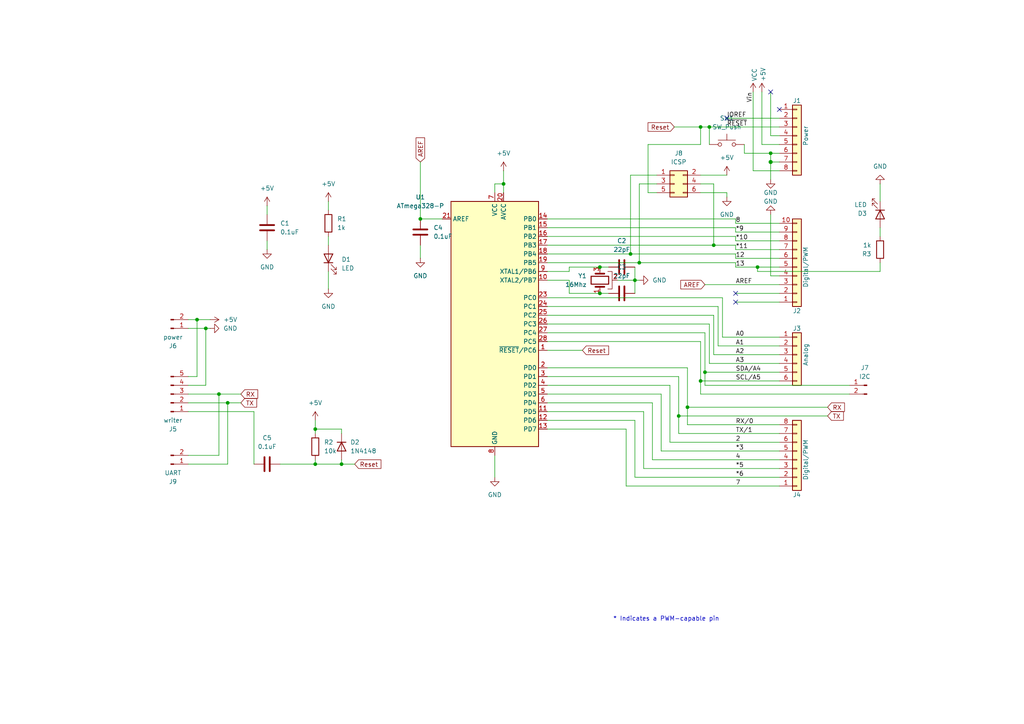
<source format=kicad_sch>
(kicad_sch (version 20231120) (generator "eeschema") (generator_version "8.0")
  (paper "A4")
  (title_block (date "mar. 31 mars 2015"))
  (lib_symbols
    (symbol "+5V_1" (power) (pin_numbers hide) (pin_names (offset 0) hide)
      (property "Value" "+5V" (at 0 3.556 0))
      (symbol "+5V_1_0_1"
        (polyline (pts (xy -0.762 1.27) (xy 0 2.54)))
        (polyline (pts (xy 0 0) (xy 0 2.54)))
        (polyline (pts (xy 0 2.54) (xy 0.762 1.27)))
      )
      (symbol "+5V_1_1_1"
        (pin power_in line (at 0 0 90) (length 0) (name "~") (number "1"))
      )
    )
    (symbol "+5V_2" (power) (pin_numbers hide) (pin_names (offset 0) hide)
      (property "Value" "+5V" (at 0 3.556 0))
      (symbol "+5V_2_0_1"
        (polyline (pts (xy -0.762 1.27) (xy 0 2.54)))
        (polyline (pts (xy 0 0) (xy 0 2.54)))
        (polyline (pts (xy 0 2.54) (xy 0.762 1.27)))
      )
      (symbol "+5V_2_1_1"
        (pin power_in line (at 0 0 90) (length 0) (name "~") (number "1"))
      )
    )
    (symbol "+5V_3" (power) (pin_numbers hide) (pin_names (offset 0) hide)
      (property "Value" "+5V" (at 0 3.556 0))
      (symbol "+5V_3_0_1"
        (polyline (pts (xy -0.762 1.27) (xy 0 2.54)))
        (polyline (pts (xy 0 0) (xy 0 2.54)))
        (polyline (pts (xy 0 2.54) (xy 0.762 1.27)))
      )
      (symbol "+5V_3_1_1"
        (pin power_in line (at 0 0 90) (length 0) (name "~") (number "1"))
      )
    )
    (symbol "+5V_4" (power) (pin_numbers hide) (pin_names (offset 0) hide)
      (property "Value" "+5V" (at 0 3.556 0))
      (symbol "+5V_4_0_1"
        (polyline (pts (xy -0.762 1.27) (xy 0 2.54)))
        (polyline (pts (xy 0 0) (xy 0 2.54)))
        (polyline (pts (xy 0 2.54) (xy 0.762 1.27)))
      )
      (symbol "+5V_4_1_1"
        (pin power_in line (at 0 0 90) (length 0) (name "~") (number "1"))
      )
    )
    (symbol "+5V_5" (power) (pin_numbers hide) (pin_names (offset 0) hide)
      (property "Value" "+5V" (at 0 3.556 0))
      (symbol "+5V_5_0_1"
        (polyline (pts (xy -0.762 1.27) (xy 0 2.54)))
        (polyline (pts (xy 0 0) (xy 0 2.54)))
        (polyline (pts (xy 0 2.54) (xy 0.762 1.27)))
      )
      (symbol "+5V_5_1_1"
        (pin power_in line (at 0 0 90) (length 0) (name "~") (number "1"))
      )
    )
    (symbol "+5V_6" (power) (pin_numbers hide) (pin_names (offset 0) hide)
      (property "Value" "+5V" (at 0 3.556 0))
      (symbol "+5V_6_0_1"
        (polyline (pts (xy -0.762 1.27) (xy 0 2.54)))
        (polyline (pts (xy 0 0) (xy 0 2.54)))
        (polyline (pts (xy 0 2.54) (xy 0.762 1.27)))
      )
      (symbol "+5V_6_1_1"
        (pin power_in line (at 0 0 90) (length 0) (name "~") (number "1"))
      )
    )
    (symbol "Connector:Conn_01x02_Pin" (pin_names (offset 1.016) hide)
      (property "Reference" "J" (at 0 2.54 0))
      (property "Value" "Conn_01x02_Pin" (at 0 -5.08 0))
      (symbol "Conn_01x02_Pin_1_1"
        (polyline (pts (xy 1.27 -2.54) (xy 0.8636 -2.54)) (stroke (width 0.1524)))
        (polyline (pts (xy 1.27 0) (xy 0.8636 0)) (stroke (width 0.1524)))
        (rectangle (start 0.8636 -2.413) (end 0 -2.667) (stroke (width 0.1524)) (fill (type outline)))
        (rectangle (start 0.8636 0.127) (end 0 -0.127) (stroke (width 0.1524)) (fill (type outline)))
        (pin passive line (at 5.08 0 180) (length 3.81) (name "Pin_1") (number "1"))
        (pin passive line (at 5.08 -2.54 180) (length 3.81) (name "Pin_2") (number "2"))
      )
    )
    (symbol "Connector:Conn_01x05_Pin" (pin_names (offset 1.016) hide)
      (property "Reference" "J" (at 0 7.62 0))
      (property "Value" "Conn_01x05_Pin" (at 0 -7.62 0))
      (symbol "Conn_01x05_Pin_1_1"
        (polyline (pts (xy 1.27 -5.08) (xy 0.8636 -5.08)) (stroke (width 0.1524)))
        (polyline (pts (xy 1.27 -2.54) (xy 0.8636 -2.54)) (stroke (width 0.1524)))
        (polyline (pts (xy 1.27 0) (xy 0.8636 0)) (stroke (width 0.1524)))
        (polyline (pts (xy 1.27 2.54) (xy 0.8636 2.54)) (stroke (width 0.1524)))
        (polyline (pts (xy 1.27 5.08) (xy 0.8636 5.08)) (stroke (width 0.1524)))
        (rectangle (start 0.8636 -4.953) (end 0 -5.207) (stroke (width 0.1524)) (fill (type outline)))
        (rectangle (start 0.8636 -2.413) (end 0 -2.667) (stroke (width 0.1524)) (fill (type outline)))
        (rectangle (start 0.8636 0.127) (end 0 -0.127) (stroke (width 0.1524)) (fill (type outline)))
        (rectangle (start 0.8636 2.667) (end 0 2.413) (stroke (width 0.1524)) (fill (type outline)))
        (rectangle (start 0.8636 5.207) (end 0 4.953) (stroke (width 0.1524)) (fill (type outline)))
        (pin passive line (at 5.08 5.08 180) (length 3.81) (name "Pin_1") (number "1"))
        (pin passive line (at 5.08 2.54 180) (length 3.81) (name "Pin_2") (number "2"))
        (pin passive line (at 5.08 0 180) (length 3.81) (name "Pin_3") (number "3"))
        (pin passive line (at 5.08 -2.54 180) (length 3.81) (name "Pin_4") (number "4"))
        (pin passive line (at 5.08 -5.08 180) (length 3.81) (name "Pin_5") (number "5"))
      )
    )
    (symbol "Connector_Generic:Conn_01x06" (pin_names (offset 1.016) hide)
      (property "Reference" "J" (at 0 7.62 0))
      (property "Value" "Conn_01x06" (at 0 -10.16 0))
      (symbol "Conn_01x06_1_1"
        (rectangle (start -1.27 -7.493) (end 0 -7.747) (stroke (width 0.1524)))
        (rectangle (start -1.27 -4.953) (end 0 -5.207) (stroke (width 0.1524)))
        (rectangle (start -1.27 -2.413) (end 0 -2.667) (stroke (width 0.1524)))
        (rectangle (start -1.27 0.127) (end 0 -0.127) (stroke (width 0.1524)))
        (rectangle (start -1.27 2.667) (end 0 2.413) (stroke (width 0.1524)))
        (rectangle (start -1.27 5.207) (end 0 4.953) (stroke (width 0.1524)))
        (rectangle (start -1.27 6.35) (end 1.27 -8.89) (stroke (width 0.254)) (fill (type background)))
        (pin passive line (at -5.08 5.08 0) (length 3.81) (name "Pin_1") (number "1"))
        (pin passive line (at -5.08 2.54 0) (length 3.81) (name "Pin_2") (number "2"))
        (pin passive line (at -5.08 0 0) (length 3.81) (name "Pin_3") (number "3"))
        (pin passive line (at -5.08 -2.54 0) (length 3.81) (name "Pin_4") (number "4"))
        (pin passive line (at -5.08 -5.08 0) (length 3.81) (name "Pin_5") (number "5"))
        (pin passive line (at -5.08 -7.62 0) (length 3.81) (name "Pin_6") (number "6"))
      )
    )
    (symbol "Connector_Generic:Conn_01x08" (pin_names (offset 1.016) hide)
      (property "Reference" "J" (at 0 10.16 0))
      (property "Value" "Conn_01x08" (at 0 -12.7 0))
      (symbol "Conn_01x08_1_1"
        (rectangle (start -1.27 -10.033) (end 0 -10.287) (stroke (width 0.1524)))
        (rectangle (start -1.27 -7.493) (end 0 -7.747) (stroke (width 0.1524)))
        (rectangle (start -1.27 -4.953) (end 0 -5.207) (stroke (width 0.1524)))
        (rectangle (start -1.27 -2.413) (end 0 -2.667) (stroke (width 0.1524)))
        (rectangle (start -1.27 0.127) (end 0 -0.127) (stroke (width 0.1524)))
        (rectangle (start -1.27 2.667) (end 0 2.413) (stroke (width 0.1524)))
        (rectangle (start -1.27 5.207) (end 0 4.953) (stroke (width 0.1524)))
        (rectangle (start -1.27 7.747) (end 0 7.493) (stroke (width 0.1524)))
        (rectangle (start -1.27 8.89) (end 1.27 -11.43) (stroke (width 0.254)) (fill (type background)))
        (pin passive line (at -5.08 7.62 0) (length 3.81) (name "Pin_1") (number "1"))
        (pin passive line (at -5.08 5.08 0) (length 3.81) (name "Pin_2") (number "2"))
        (pin passive line (at -5.08 2.54 0) (length 3.81) (name "Pin_3") (number "3"))
        (pin passive line (at -5.08 0 0) (length 3.81) (name "Pin_4") (number "4"))
        (pin passive line (at -5.08 -2.54 0) (length 3.81) (name "Pin_5") (number "5"))
        (pin passive line (at -5.08 -5.08 0) (length 3.81) (name "Pin_6") (number "6"))
        (pin passive line (at -5.08 -7.62 0) (length 3.81) (name "Pin_7") (number "7"))
        (pin passive line (at -5.08 -10.16 0) (length 3.81) (name "Pin_8") (number "8"))
      )
    )
    (symbol "Connector_Generic:Conn_01x10" (pin_names (offset 1.016) hide)
      (property "Reference" "J" (at 0 12.7 0))
      (property "Value" "Conn_01x10" (at 0 -15.24 0))
      (symbol "Conn_01x10_1_1"
        (rectangle (start -1.27 -12.573) (end 0 -12.827) (stroke (width 0.1524)))
        (rectangle (start -1.27 -10.033) (end 0 -10.287) (stroke (width 0.1524)))
        (rectangle (start -1.27 -7.493) (end 0 -7.747) (stroke (width 0.1524)))
        (rectangle (start -1.27 -4.953) (end 0 -5.207) (stroke (width 0.1524)))
        (rectangle (start -1.27 -2.413) (end 0 -2.667) (stroke (width 0.1524)))
        (rectangle (start -1.27 0.127) (end 0 -0.127) (stroke (width 0.1524)))
        (rectangle (start -1.27 2.667) (end 0 2.413) (stroke (width 0.1524)))
        (rectangle (start -1.27 5.207) (end 0 4.953) (stroke (width 0.1524)))
        (rectangle (start -1.27 7.747) (end 0 7.493) (stroke (width 0.1524)))
        (rectangle (start -1.27 10.287) (end 0 10.033) (stroke (width 0.1524)))
        (rectangle (start -1.27 11.43) (end 1.27 -13.97) (stroke (width 0.254)) (fill (type background)))
        (pin passive line (at -5.08 10.16 0) (length 3.81) (name "Pin_1") (number "1"))
        (pin passive line (at -5.08 -12.7 0) (length 3.81) (name "Pin_10") (number "10"))
        (pin passive line (at -5.08 7.62 0) (length 3.81) (name "Pin_2") (number "2"))
        (pin passive line (at -5.08 5.08 0) (length 3.81) (name "Pin_3") (number "3"))
        (pin passive line (at -5.08 2.54 0) (length 3.81) (name "Pin_4") (number "4"))
        (pin passive line (at -5.08 0 0) (length 3.81) (name "Pin_5") (number "5"))
        (pin passive line (at -5.08 -2.54 0) (length 3.81) (name "Pin_6") (number "6"))
        (pin passive line (at -5.08 -5.08 0) (length 3.81) (name "Pin_7") (number "7"))
        (pin passive line (at -5.08 -7.62 0) (length 3.81) (name "Pin_8") (number "8"))
        (pin passive line (at -5.08 -10.16 0) (length 3.81) (name "Pin_9") (number "9"))
      )
    )
    (symbol "Connector_Generic:Conn_02x03_Odd_Even" (pin_names (offset 1.016) hide)
      (property "Reference" "J" (at 1.27 5.08 0))
      (property "Value" "Conn_02x03_Odd_Even" (at 1.27 -5.08 0))
      (symbol "Conn_02x03_Odd_Even_1_1"
        (rectangle (start -1.27 -2.413) (end 0 -2.667) (stroke (width 0.1524)))
        (rectangle (start -1.27 0.127) (end 0 -0.127) (stroke (width 0.1524)))
        (rectangle (start -1.27 2.667) (end 0 2.413) (stroke (width 0.1524)))
        (rectangle (start -1.27 3.81) (end 3.81 -3.81) (stroke (width 0.254)) (fill (type background)))
        (rectangle (start 3.81 -2.413) (end 2.54 -2.667) (stroke (width 0.1524)))
        (rectangle (start 3.81 0.127) (end 2.54 -0.127) (stroke (width 0.1524)))
        (rectangle (start 3.81 2.667) (end 2.54 2.413) (stroke (width 0.1524)))
        (pin passive line (at -5.08 2.54 0) (length 3.81) (name "Pin_1") (number "1"))
        (pin passive line (at 7.62 2.54 180) (length 3.81) (name "Pin_2") (number "2"))
        (pin passive line (at -5.08 0 0) (length 3.81) (name "Pin_3") (number "3"))
        (pin passive line (at 7.62 0 180) (length 3.81) (name "Pin_4") (number "4"))
        (pin passive line (at -5.08 -2.54 0) (length 3.81) (name "Pin_5") (number "5"))
        (pin passive line (at 7.62 -2.54 180) (length 3.81) (name "Pin_6") (number "6"))
      )
    )
    (symbol "Device:C" (pin_numbers hide) (pin_names (offset 0.254))
      (property "Reference" "C" (at 0.635 2.54 0))
      (property "Value" "C" (at 0.635 -2.54 0))
      (symbol "C_0_1"
        (polyline (pts (xy -2.032 -0.762) (xy 2.032 -0.762)) (stroke (width 0.508)))
        (polyline (pts (xy -2.032 0.762) (xy 2.032 0.762)) (stroke (width 0.508)))
      )
      (symbol "C_1_1"
        (pin passive line (at 0 3.81 270) (length 2.794) (name "~") (number "1"))
        (pin passive line (at 0 -3.81 90) (length 2.794) (name "~") (number "2"))
      )
    )
    (symbol "Device:Crystal_GND2" (pin_names (offset 1.016) hide)
      (property "Reference" "Y" (at 0 5.715 0))
      (property "Value" "Crystal_GND2" (at 0 3.81 0))
      (symbol "Crystal_GND2_0_1"
        (rectangle (start -1.143 2.54) (end 1.143 -2.54) (stroke (width 0.3048)))
        (polyline (pts (xy -2.54 0) (xy -1.905 0)))
        (polyline (pts (xy -1.905 -1.27) (xy -1.905 1.27)) (stroke (width 0.508)))
        (polyline (pts (xy 0 -3.81) (xy 0 -3.556)))
        (polyline (pts (xy 1.905 0) (xy 2.54 0)))
        (polyline (pts (xy 1.905 1.27) (xy 1.905 -1.27)) (stroke (width 0.508)))
        (polyline (pts (xy -2.54 -2.286) (xy -2.54 -3.556) (xy 2.54 -3.556) (xy 2.54 -2.286)))
      )
      (symbol "Crystal_GND2_1_1"
        (pin passive line (at -3.81 0 0) (length 1.27) (name "1") (number "1"))
        (pin passive line (at 0 -5.08 90) (length 1.27) (name "2") (number "2"))
        (pin passive line (at 3.81 0 180) (length 1.27) (name "3") (number "3"))
      )
    )
    (symbol "Device:LED" (pin_numbers hide) (pin_names (offset 1.016) hide)
      (property "Reference" "D" (at 0 2.54 0))
      (property "Value" "LED" (at 0 -2.54 0))
      (symbol "LED_0_1"
        (polyline (pts (xy -1.27 -1.27) (xy -1.27 1.27)) (stroke (width 0.254)))
        (polyline (pts (xy -1.27 0) (xy 1.27 0)))
        (polyline (pts (xy 1.27 -1.27) (xy 1.27 1.27) (xy -1.27 0) (xy 1.27 -1.27)) (stroke (width 0.254)))
        (polyline (pts (xy -3.048 -0.762) (xy -4.572 -2.286) (xy -3.81 -2.286) (xy -4.572 -2.286) (xy -4.572 -1.524)))
        (polyline (pts (xy -1.778 -0.762) (xy -3.302 -2.286) (xy -2.54 -2.286) (xy -3.302 -2.286) (xy -3.302 -1.524)))
      )
      (symbol "LED_1_1"
        (pin passive line (at -3.81 0 0) (length 2.54) (name "K") (number "1"))
        (pin passive line (at 3.81 0 180) (length 2.54) (name "A") (number "2"))
      )
    )
    (symbol "Device:R" (pin_numbers hide) (pin_names (offset 0))
      (property "Reference" "R" (at 2.032 0 90))
      (property "Value" "R" (at 0 0 90))
      (symbol "R_0_1"
        (rectangle (start -1.016 -2.54) (end 1.016 2.54) (stroke (width 0.254)))
      )
      (symbol "R_1_1"
        (pin passive line (at 0 3.81 270) (length 1.27) (name "~") (number "1"))
        (pin passive line (at 0 -3.81 90) (length 1.27) (name "~") (number "2"))
      )
    )
    (symbol "Diode:1N4148" (pin_numbers hide) (pin_names hide)
      (property "Reference" "D" (at 0 2.54 0))
      (property "Value" "1N4148" (at 0 -2.54 0))
      (symbol "1N4148_0_1"
        (polyline (pts (xy -1.27 1.27) (xy -1.27 -1.27)) (stroke (width 0.254)))
        (polyline (pts (xy 1.27 0) (xy -1.27 0)))
        (polyline (pts (xy 1.27 1.27) (xy 1.27 -1.27) (xy -1.27 0) (xy 1.27 1.27)) (stroke (width 0.254)))
      )
      (symbol "1N4148_1_1"
        (pin passive line (at -3.81 0 0) (length 2.54) (name "K") (number "1"))
        (pin passive line (at 3.81 0 180) (length 2.54) (name "A") (number "2"))
      )
    )
    (symbol "GND_1" (power) (pin_numbers hide) (pin_names (offset 0) hide)
      (property "Value" "GND" (at 0 -3.81 0))
      (symbol "GND_1_0_1"
        (polyline (pts (xy 0 0) (xy 0 -1.27) (xy 1.27 -1.27) (xy 0 -2.54) (xy -1.27 -1.27) (xy 0 -1.27)))
      )
      (symbol "GND_1_1_1"
        (pin power_in line (at 0 0 270) (length 0) (name "~") (number "1"))
      )
    )
    (symbol "GND_2" (power) (pin_numbers hide) (pin_names (offset 0) hide)
      (property "Value" "GND" (at 0 -3.81 0))
      (symbol "GND_2_0_1"
        (polyline (pts (xy 0 0) (xy 0 -1.27) (xy 1.27 -1.27) (xy 0 -2.54) (xy -1.27 -1.27) (xy 0 -1.27)))
      )
      (symbol "GND_2_1_1"
        (pin power_in line (at 0 0 270) (length 0) (name "~") (number "1"))
      )
    )
    (symbol "GND_3" (power) (pin_numbers hide) (pin_names (offset 0) hide)
      (property "Value" "GND" (at 0 -3.81 0))
      (symbol "GND_3_0_1"
        (polyline (pts (xy 0 0) (xy 0 -1.27) (xy 1.27 -1.27) (xy 0 -2.54) (xy -1.27 -1.27) (xy 0 -1.27)))
      )
      (symbol "GND_3_1_1"
        (pin power_in line (at 0 0 270) (length 0) (name "~") (number "1"))
      )
    )
    (symbol "GND_4" (power) (pin_numbers hide) (pin_names (offset 0) hide)
      (property "Value" "GND" (at 0 -3.81 0))
      (symbol "GND_4_0_1"
        (polyline (pts (xy 0 0) (xy 0 -1.27) (xy 1.27 -1.27) (xy 0 -2.54) (xy -1.27 -1.27) (xy 0 -1.27)))
      )
      (symbol "GND_4_1_1"
        (pin power_in line (at 0 0 270) (length 0) (name "~") (number "1"))
      )
    )
    (symbol "GND_5" (power) (pin_numbers hide) (pin_names (offset 0) hide)
      (property "Value" "GND" (at 0 -3.81 0))
      (symbol "GND_5_0_1"
        (polyline (pts (xy 0 0) (xy 0 -1.27) (xy 1.27 -1.27) (xy 0 -2.54) (xy -1.27 -1.27) (xy 0 -1.27)))
      )
      (symbol "GND_5_1_1"
        (pin power_in line (at 0 0 270) (length 0) (name "~") (number "1"))
      )
    )
    (symbol "GND_6" (power) (pin_numbers hide) (pin_names (offset 0) hide)
      (property "Value" "GND" (at 0 -3.81 0))
      (symbol "GND_6_0_1"
        (polyline (pts (xy 0 0) (xy 0 -1.27) (xy 1.27 -1.27) (xy 0 -2.54) (xy -1.27 -1.27) (xy 0 -1.27)))
      )
      (symbol "GND_6_1_1"
        (pin power_in line (at 0 0 270) (length 0) (name "~") (number "1"))
      )
    )
    (symbol "GND_7" (power) (pin_numbers hide) (pin_names (offset 0) hide)
      (property "Value" "GND" (at 0 -3.81 0))
      (symbol "GND_7_0_1"
        (polyline (pts (xy 0 0) (xy 0 -1.27) (xy 1.27 -1.27) (xy 0 -2.54) (xy -1.27 -1.27) (xy 0 -1.27)))
      )
      (symbol "GND_7_1_1"
        (pin power_in line (at 0 0 270) (length 0) (name "~") (number "1"))
      )
    )
    (symbol "MCU_Microchip_ATmega:ATmega328-P"
      (property "Reference" "U" (at -12.7 36.83 0))
      (property "Value" "ATmega328-P" (at 2.54 -36.83 0))
      (symbol "ATmega328-P_0_1"
        (rectangle (start -12.7 -35.56) (end 12.7 35.56) (stroke (width 0.254)) (fill (type background)))
      )
      (symbol "ATmega328-P_1_1"
        (pin bidirectional line (at 15.24 -7.62 180) (length 2.54) (name "~{RESET}/PC6") (number "1"))
        (pin bidirectional line (at 15.24 12.7 180) (length 2.54) (name "XTAL2/PB7") (number "10"))
        (pin bidirectional line (at 15.24 -25.4 180) (length 2.54) (name "PD5") (number "11"))
        (pin bidirectional line (at 15.24 -27.94 180) (length 2.54) (name "PD6") (number "12"))
        (pin bidirectional line (at 15.24 -30.48 180) (length 2.54) (name "PD7") (number "13"))
        (pin bidirectional line (at 15.24 30.48 180) (length 2.54) (name "PB0") (number "14"))
        (pin bidirectional line (at 15.24 27.94 180) (length 2.54) (name "PB1") (number "15"))
        (pin bidirectional line (at 15.24 25.4 180) (length 2.54) (name "PB2") (number "16"))
        (pin bidirectional line (at 15.24 22.86 180) (length 2.54) (name "PB3") (number "17"))
        (pin bidirectional line (at 15.24 20.32 180) (length 2.54) (name "PB4") (number "18"))
        (pin bidirectional line (at 15.24 17.78 180) (length 2.54) (name "PB5") (number "19"))
        (pin bidirectional line (at 15.24 -12.7 180) (length 2.54) (name "PD0") (number "2"))
        (pin power_in line (at 2.54 38.1 270) (length 2.54) (name "AVCC") (number "20"))
        (pin passive line (at -15.24 30.48 0) (length 2.54) (name "AREF") (number "21"))
        (pin passive line (at 0 -38.1 90) (length 2.54) hide (name "GND") (number "22"))
        (pin bidirectional line (at 15.24 7.62 180) (length 2.54) (name "PC0") (number "23"))
        (pin bidirectional line (at 15.24 5.08 180) (length 2.54) (name "PC1") (number "24"))
        (pin bidirectional line (at 15.24 2.54 180) (length 2.54) (name "PC2") (number "25"))
        (pin bidirectional line (at 15.24 0 180) (length 2.54) (name "PC3") (number "26"))
        (pin bidirectional line (at 15.24 -2.54 180) (length 2.54) (name "PC4") (number "27"))
        (pin bidirectional line (at 15.24 -5.08 180) (length 2.54) (name "PC5") (number "28"))
        (pin bidirectional line (at 15.24 -15.24 180) (length 2.54) (name "PD1") (number "3"))
        (pin bidirectional line (at 15.24 -17.78 180) (length 2.54) (name "PD2") (number "4"))
        (pin bidirectional line (at 15.24 -20.32 180) (length 2.54) (name "PD3") (number "5"))
        (pin bidirectional line (at 15.24 -22.86 180) (length 2.54) (name "PD4") (number "6"))
        (pin power_in line (at 0 38.1 270) (length 2.54) (name "VCC") (number "7"))
        (pin power_in line (at 0 -38.1 90) (length 2.54) (name "GND") (number "8"))
        (pin bidirectional line (at 15.24 15.24 180) (length 2.54) (name "XTAL1/PB6") (number "9"))
      )
    )
    (symbol "Switch:SW_Push" (pin_numbers hide) (pin_names (offset 1.016) hide)
      (property "Reference" "SW" (at 1.27 2.54 0))
      (property "Value" "SW_Push" (at 0 -1.524 0))
      (symbol "SW_Push_0_1"
        (circle (center -2.032 0) (radius 0.508))
        (polyline (pts (xy 0 1.27) (xy 0 3.048)))
        (polyline (pts (xy 2.54 1.27) (xy -2.54 1.27)))
        (circle (center 2.032 0) (radius 0.508))
        (pin passive line (at -5.08 0 0) (length 2.54) (name "1") (number "1"))
        (pin passive line (at 5.08 0 180) (length 2.54) (name "2") (number "2"))
      )
    )
    (symbol "power:+5V" (power) (pin_names (offset 0))
      (property "Value" "+5V" (at 0 3.556 0))
      (symbol "+5V_0_1"
        (polyline (pts (xy -0.762 1.27) (xy 0 2.54)))
        (polyline (pts (xy 0 0) (xy 0 2.54)))
        (polyline (pts (xy 0 2.54) (xy 0.762 1.27)))
      )
      (symbol "+5V_1_1"
        (pin power_in line (at 0 0 90) (length 0) hide (name "+5V") (number "1"))
      )
    )
    (symbol "power:GND" (power) (pin_names (offset 0))
      (property "Value" "GND" (at 0 -3.81 0))
      (symbol "GND_0_1"
        (polyline (pts (xy 0 0) (xy 0 -1.27) (xy 1.27 -1.27) (xy 0 -2.54) (xy -1.27 -1.27) (xy 0 -1.27)))
      )
      (symbol "GND_1_1"
        (pin power_in line (at 0 0 270) (length 0) hide (name "GND") (number "1"))
      )
    )
    (symbol "power:VCC" (power) (pin_names (offset 0))
      (property "Value" "VCC" (at 0 3.81 0))
      (symbol "VCC_0_1"
        (polyline (pts (xy -0.762 1.27) (xy 0 2.54)))
        (polyline (pts (xy 0 0) (xy 0 2.54)))
        (polyline (pts (xy 0 2.54) (xy 0.762 1.27)))
      )
      (symbol "VCC_1_1"
        (pin power_in line (at 0 0 90) (length 0) hide (name "VCC") (number "1"))
      )
    )
  )
  (junction (at 203.2 110.49))
  (junction (at 219.71 77.47))
  (junction (at 185.42 76.2))
  (junction (at 223.52 44.45))
  (junction (at 59.69 95.25))
  (junction (at 146.05 53.34))
  (junction (at 184.15 81.28))
  (junction (at 223.52 46.99) (diameter 1.016))
  (junction (at 63.5 114.3))
  (junction (at 57.15 92.71))
  (junction (at 91.44 134.62))
  (junction (at 199.39 118.11))
  (junction (at 205.74 36.83))
  (junction (at 66.04 116.84))
  (junction (at 204.47 107.95))
  (junction (at 182.88 73.66))
  (junction (at 173.99 85.09))
  (junction (at 91.44 124.46))
  (junction (at 203.2 36.83))
  (junction (at 207.01 71.12))
  (junction (at 173.99 77.47))
  (junction (at 99.06 134.62))
  (junction (at 196.85 120.65))
  (junction (at 121.92 63.5))
  (no_connect (at 213.36 87.63))
  (no_connect (at 210.82 34.29))
  (no_connect (at 226.06 31.75))
  (no_connect (at 223.52 26.67))
  (no_connect (at 213.36 85.09))
  (wire (pts (xy 143.51 55.88) (xy 143.51 53.34)))
  (wire (pts (xy 143.51 53.34) (xy 146.05 53.34)))
  (wire (pts (xy 179.07 81.28) (xy 184.15 81.28)))
  (wire (pts (xy 63.5 132.08) (xy 63.5 114.3)))
  (wire (pts (xy 226.06 69.85) (xy 213.36 69.85)))
  (wire (pts (xy 158.75 66.04) (xy 213.36 66.04)))
  (wire (pts (xy 226.06 87.63) (xy 213.36 87.63)))
  (wire (pts (xy 203.2 110.49) (xy 203.2 114.3)))
  (wire (pts (xy 190.5 53.34) (xy 185.42 53.34)))
  (wire (pts (xy 205.74 105.41) (xy 226.06 105.41)))
  (wire (pts (xy 158.75 93.98) (xy 205.74 93.98)))
  (wire (pts (xy 165.1 85.09) (xy 173.99 85.09)))
  (wire (pts (xy 54.61 132.08) (xy 63.5 132.08)))
  (wire (pts (xy 223.52 44.45) (xy 223.52 46.99)))
  (wire (pts (xy 158.75 88.9) (xy 208.28 88.9)))
  (wire (pts (xy 184.15 77.47) (xy 184.15 81.28)))
  (wire (pts (xy 181.61 140.97) (xy 226.06 140.97)))
  (wire (pts (xy 81.28 134.62) (xy 91.44 134.62)))
  (wire (pts (xy 204.47 82.55) (xy 226.06 82.55)))
  (wire (pts (xy 213.36 63.5) (xy 213.36 64.77)))
  (wire (pts (xy 240.03 118.11) (xy 199.39 118.11)))
  (wire (pts (xy 215.9 41.91) (xy 215.9 44.45)))
  (wire (pts (xy 223.52 46.99) (xy 223.52 52.07)))
  (wire (pts (xy 208.28 88.9) (xy 208.28 100.33)))
  (wire (pts (xy 204.47 107.95) (xy 204.47 111.76)))
  (wire (pts (xy 223.52 39.37) (xy 226.06 39.37)))
  (wire (pts (xy 194.31 111.76) (xy 194.31 128.27)))
  (wire (pts (xy 158.75 114.3) (xy 191.77 114.3)))
  (wire (pts (xy 220.98 41.91) (xy 226.06 41.91)))
  (wire (pts (xy 204.47 96.52) (xy 204.47 107.95)))
  (wire (pts (xy 195.58 36.83) (xy 203.2 36.83)))
  (wire (pts (xy 220.98 26.67) (xy 220.98 41.91)))
  (wire (pts (xy 158.75 63.5) (xy 213.36 63.5)))
  (wire (pts (xy 255.27 58.42) (xy 255.27 53.34)))
  (wire (pts (xy 63.5 114.3) (xy 69.85 114.3)))
  (wire (pts (xy 213.36 66.04) (xy 213.36 67.31)))
  (wire (pts (xy 209.55 97.79) (xy 226.06 97.79)))
  (wire (pts (xy 226.06 77.47) (xy 219.71 77.47)))
  (wire (pts (xy 223.52 26.67) (xy 223.52 39.37)))
  (wire (pts (xy 54.61 109.22) (xy 57.15 109.22)))
  (wire (pts (xy 91.44 134.62) (xy 91.44 133.35)))
  (wire (pts (xy 158.75 106.68) (xy 199.39 106.68)))
  (wire (pts (xy 182.88 73.66) (xy 213.36 73.66)))
  (wire (pts (xy 203.2 110.49) (xy 226.06 110.49)))
  (wire (pts (xy 226.06 74.93) (xy 213.36 74.93)))
  (wire (pts (xy 203.2 53.34) (xy 207.01 53.34)))
  (wire (pts (xy 182.88 50.8) (xy 190.5 50.8)))
  (wire (pts (xy 182.88 50.8) (xy 182.88 73.66)))
  (wire (pts (xy 121.92 46.99) (xy 121.92 63.5)))
  (wire (pts (xy 203.2 55.88) (xy 210.82 55.88)))
  (wire (pts (xy 196.85 120.65) (xy 240.03 120.65)))
  (wire (pts (xy 213.36 68.58) (xy 213.36 69.85)))
  (wire (pts (xy 99.06 133.35) (xy 99.06 134.62)))
  (wire (pts (xy 213.36 76.2) (xy 213.36 77.47)))
  (wire (pts (xy 205.74 36.83) (xy 205.74 41.91)))
  (wire (pts (xy 59.69 95.25) (xy 60.96 95.25)))
  (wire (pts (xy 91.44 121.92) (xy 91.44 124.46)))
  (wire (pts (xy 146.05 53.34) (xy 146.05 49.53)))
  (wire (pts (xy 207.01 102.87) (xy 226.06 102.87)))
  (wire (pts (xy 184.15 138.43) (xy 226.06 138.43)))
  (wire (pts (xy 226.06 67.31) (xy 213.36 67.31)))
  (wire (pts (xy 205.74 36.83) (xy 226.06 36.83)))
  (wire (pts (xy 99.06 134.62) (xy 91.44 134.62)))
  (wire (pts (xy 207.01 53.34) (xy 207.01 71.12)))
  (wire (pts (xy 66.04 116.84) (xy 69.85 116.84)))
  (wire (pts (xy 102.87 134.62) (xy 99.06 134.62)))
  (wire (pts (xy 208.28 100.33) (xy 226.06 100.33)))
  (wire (pts (xy 189.23 133.35) (xy 226.06 133.35)))
  (wire (pts (xy 203.2 41.91) (xy 203.2 36.83)))
  (wire (pts (xy 210.82 34.29) (xy 226.06 34.29)))
  (wire (pts (xy 158.75 86.36) (xy 209.55 86.36)))
  (wire (pts (xy 173.99 85.09) (xy 176.53 85.09)))
  (wire (pts (xy 95.25 58.42) (xy 95.25 60.96)))
  (wire (pts (xy 158.75 81.28) (xy 165.1 81.28)))
  (wire (pts (xy 184.15 121.92) (xy 184.15 138.43)))
  (wire (pts (xy 165.1 81.28) (xy 165.1 85.09)))
  (wire (pts (xy 158.75 73.66) (xy 182.88 73.66)))
  (wire (pts (xy 173.99 77.47) (xy 165.1 77.47)))
  (wire (pts (xy 158.75 99.06) (xy 203.2 99.06)))
  (wire (pts (xy 223.52 80.01) (xy 223.52 62.23)))
  (wire (pts (xy 196.85 120.65) (xy 196.85 125.73)))
  (wire (pts (xy 204.47 107.95) (xy 226.06 107.95)))
  (wire (pts (xy 73.66 134.62) (xy 73.66 119.38)))
  (wire (pts (xy 57.15 92.71) (xy 60.96 92.71)))
  (wire (pts (xy 77.47 59.69) (xy 77.47 62.23)))
  (wire (pts (xy 158.75 76.2) (xy 185.42 76.2)))
  (wire (pts (xy 99.06 125.73) (xy 99.06 124.46)))
  (wire (pts (xy 158.75 91.44) (xy 207.01 91.44)))
  (wire (pts (xy 54.61 116.84) (xy 66.04 116.84)))
  (wire (pts (xy 158.75 121.92) (xy 184.15 121.92)))
  (wire (pts (xy 209.55 86.36) (xy 209.55 97.79)))
  (wire (pts (xy 207.01 71.12) (xy 213.36 71.12)))
  (wire (pts (xy 226.06 46.99) (xy 223.52 46.99)))
  (wire (pts (xy 158.75 111.76) (xy 194.31 111.76)))
  (wire (pts (xy 191.77 130.81) (xy 226.06 130.81)))
  (wire (pts (xy 66.04 134.62) (xy 66.04 116.84)))
  (wire (pts (xy 158.75 124.46) (xy 181.61 124.46)))
  (wire (pts (xy 99.06 124.46) (xy 91.44 124.46)))
  (wire (pts (xy 255.27 78.74) (xy 255.27 76.2)))
  (wire (pts (xy 143.51 132.08) (xy 143.51 138.43)))
  (wire (pts (xy 199.39 106.68) (xy 199.39 118.11)))
  (wire (pts (xy 210.82 55.88) (xy 210.82 57.15)))
  (wire (pts (xy 184.15 81.28) (xy 184.15 85.09)))
  (wire (pts (xy 226.06 49.53) (xy 218.44 49.53)))
  (wire (pts (xy 158.75 109.22) (xy 196.85 109.22)))
  (wire (pts (xy 203.2 99.06) (xy 203.2 110.49)))
  (wire (pts (xy 199.39 123.19) (xy 226.06 123.19)))
  (wire (pts (xy 77.47 69.85) (xy 77.47 72.39)))
  (wire (pts (xy 185.42 53.34) (xy 185.42 76.2)))
  (wire (pts (xy 59.69 95.25) (xy 59.69 111.76)))
  (wire (pts (xy 54.61 95.25) (xy 59.69 95.25)))
  (wire (pts (xy 165.1 77.47) (xy 165.1 78.74)))
  (wire (pts (xy 91.44 124.46) (xy 91.44 125.73)))
  (wire (pts (xy 158.75 101.6) (xy 168.91 101.6)))
  (wire (pts (xy 158.75 96.52) (xy 204.47 96.52)))
  (wire (pts (xy 203.2 50.8) (xy 210.82 50.8)))
  (wire (pts (xy 95.25 68.58) (xy 95.25 71.12)))
  (wire (pts (xy 205.74 93.98) (xy 205.74 105.41)))
  (wire (pts (xy 204.47 111.76) (xy 246.38 111.76)))
  (wire (pts (xy 219.71 77.47) (xy 213.36 77.47)))
  (wire (pts (xy 146.05 53.34) (xy 146.05 55.88)))
  (wire (pts (xy 226.06 80.01) (xy 223.52 80.01)))
  (wire (pts (xy 199.39 118.11) (xy 199.39 123.19)))
  (wire (pts (xy 213.36 71.12) (xy 213.36 72.39)))
  (wire (pts (xy 226.06 44.45) (xy 223.52 44.45)))
  (wire (pts (xy 186.69 135.89) (xy 226.06 135.89)))
  (wire (pts (xy 158.75 68.58) (xy 213.36 68.58)))
  (wire (pts (xy 226.06 72.39) (xy 213.36 72.39)))
  (wire (pts (xy 219.71 77.47) (xy 219.71 78.74)))
  (wire (pts (xy 196.85 125.73) (xy 226.06 125.73)))
  (wire (pts (xy 187.96 41.91) (xy 203.2 41.91)))
  (wire (pts (xy 54.61 114.3) (xy 63.5 114.3)))
  (wire (pts (xy 186.69 119.38) (xy 186.69 135.89)))
  (wire (pts (xy 54.61 92.71) (xy 57.15 92.71)))
  (wire (pts (xy 95.25 78.74) (xy 95.25 83.82)))
  (wire (pts (xy 203.2 36.83) (xy 205.74 36.83)))
  (wire (pts (xy 165.1 78.74) (xy 158.75 78.74)))
  (wire (pts (xy 185.42 76.2) (xy 213.36 76.2)))
  (wire (pts (xy 187.96 55.88) (xy 187.96 41.91)))
  (wire (pts (xy 189.23 116.84) (xy 189.23 133.35)))
  (wire (pts (xy 196.85 109.22) (xy 196.85 120.65)))
  (wire (pts (xy 57.15 109.22) (xy 57.15 92.71)))
  (wire (pts (xy 158.75 71.12) (xy 207.01 71.12)))
  (wire (pts (xy 194.31 128.27) (xy 226.06 128.27)))
  (wire (pts (xy 213.36 73.66) (xy 213.36 74.93)))
  (wire (pts (xy 226.06 85.09) (xy 213.36 85.09)))
  (wire (pts (xy 158.75 116.84) (xy 189.23 116.84)))
  (wire (pts (xy 73.66 119.38) (xy 54.61 119.38)))
  (wire (pts (xy 59.69 111.76) (xy 54.61 111.76)))
  (wire (pts (xy 190.5 55.88) (xy 187.96 55.88)))
  (wire (pts (xy 255.27 68.58) (xy 255.27 66.04)))
  (wire (pts (xy 121.92 63.5) (xy 128.27 63.5)))
  (wire (pts (xy 215.9 44.45) (xy 223.52 44.45)))
  (wire (pts (xy 191.77 114.3) (xy 191.77 130.81)))
  (wire (pts (xy 158.75 119.38) (xy 186.69 119.38)))
  (wire (pts (xy 219.71 78.74) (xy 255.27 78.74)))
  (wire (pts (xy 54.61 134.62) (xy 66.04 134.62)))
  (wire (pts (xy 207.01 91.44) (xy 207.01 102.87)))
  (wire (pts (xy 218.44 49.53) (xy 218.44 26.67)))
  (wire (pts (xy 173.99 77.47) (xy 176.53 77.47)))
  (wire (pts (xy 121.92 71.12) (xy 121.92 74.93)))
  (wire (pts (xy 184.15 81.28) (xy 185.42 81.28)))
  (wire (pts (xy 203.2 114.3) (xy 246.38 114.3)))
  (wire (pts (xy 226.06 64.77) (xy 213.36 64.77)))
  (wire (pts (xy 181.61 124.46) (xy 181.61 140.97)))
  (text "* Indicates a PWM-capable pin" (at 177.8 180.34 0) (effects (font (size 1.27 1.27)) (justify left bottom)))
  (label "RX{slash}0" (at 213.36 123.19 0))
  (label "A2" (at 213.36 102.87 0))
  (label "4" (at 213.36 133.35 0))
  (label "2" (at 213.36 128.27 0))
  (label "A3" (at 213.36 105.41 0))
  (label "13" (at 213.36 77.47 0))
  (label "12" (at 213.36 74.93 0))
  (label "~{RESET}" (at 210.82 36.83 0))
  (label "*10" (at 213.36 69.85 0))
  (label "7" (at 213.36 140.97 0))
  (label "8" (at 213.36 64.77 0))
  (label "*11" (at 213.36 72.39 0))
  (label "*3" (at 213.36 130.81 0))
  (label "A1" (at 213.36 100.33 0))
  (label "TX{slash}1" (at 213.36 125.73 0))
  (label "A0" (at 213.36 97.79 0))
  (label "AREF" (at 213.36 82.55 0))
  (label "Vin" (at 218.44 26.67 270))
  (label "*6" (at 213.36 138.43 0))
  (label "*9" (at 213.36 67.31 0))
  (label "*5" (at 213.36 135.89 0))
  (label "IOREF" (at 210.82 34.29 0))
  (label "SDA{slash}A4" (at 213.36 107.95 0))
  (label "SCL{slash}A5" (at 213.36 110.49 0))
  (global_label "TX" (shape input) (at 240.03 120.65 0) (property "Intersheetrefs" "${INTERSHEET_REFS}" (effects (hide yes))))
  (global_label "TX" (shape input) (at 69.85 116.84 0) (property "Intersheetrefs" "${INTERSHEET_REFS}" (effects (hide yes))))
  (global_label "Reset" (shape input) (at 195.58 36.83 180) (property "Intersheetrefs" "${INTERSHEET_REFS}" (effects (hide yes))))
  (global_label "RX" (shape input) (at 69.85 114.3 0) (property "Intersheetrefs" "${INTERSHEET_REFS}" (effects (hide yes))))
  (global_label "AREF" (shape input) (at 204.47 82.55 180) (property "Intersheetrefs" "${INTERSHEET_REFS}" (effects (hide yes))))
  (global_label "Reset" (shape input) (at 168.91 101.6 0) (property "Intersheetrefs" "${INTERSHEET_REFS}" (effects (hide yes))))
  (global_label "AREF" (shape input) (at 121.92 46.99 90) (property "Intersheetrefs" "${INTERSHEET_REFS}" (effects (hide yes))))
  (global_label "Reset" (shape input) (at 102.87 134.62 0) (property "Intersheetrefs" "${INTERSHEET_REFS}" (effects (hide yes))))
  (global_label "RX" (shape input) (at 240.03 118.11 0) (property "Intersheetrefs" "${INTERSHEET_REFS}" (effects (hide yes))))
  (symbol (lib_id "Connector_Generic:Conn_01x08") (at 231.14 39.37 0) (unit 1)
    (property "Reference" "J1" (at 231.14 29.21 0))
    (property "Value" "Power" (at 233.68 39.37 90))
    (property "Footprint" "Connector_PinSocket_2.54mm:PinSocket_1x08_P2.54mm_Vertical" (effects (hide yes)))
  )
  (symbol (lib_id "power:+5V") (at 220.98 26.67 0) (unit 1)
    (property "Reference" "#PWR02" (effects (hide yes)))
    (property "Value" "+5V" (at 221.3356 23.622 90) (effects (justify left)))
  )
  (symbol (lib_id "power:GND") (at 223.52 52.07 0) (unit 1)
    (property "Reference" "#PWR04" (effects (hide yes)))
    (property "Value" "GND" (at 223.52 55.88 0))
  )
  (symbol (lib_id "Connector_Generic:Conn_01x10") (at 231.14 77.47 0) (mirror x) (unit 1)
    (property "Reference" "J2" (at 231.14 90.17 0))
    (property "Value" "Digital/PWM" (at 233.68 77.47 90))
    (property "Footprint" "Connector_PinSocket_2.54mm:PinSocket_1x10_P2.54mm_Vertical" (effects (hide yes)))
  )
  (symbol (lib_id "power:GND") (at 223.52 62.23 180) (unit 1)
    (property "Reference" "#PWR05" (effects (hide yes)))
    (property "Value" "GND" (at 223.52 58.42 0))
  )
  (symbol (lib_id "Connector_Generic:Conn_01x06") (at 231.14 102.87 0) (unit 1)
    (property "Reference" "J3" (at 231.14 95.25 0))
    (property "Value" "Analog" (at 233.68 102.87 90))
    (property "Footprint" "Connector_PinSocket_2.54mm:PinSocket_1x06_P2.54mm_Vertical" (effects (hide yes)))
  )
  (symbol (lib_id "Connector_Generic:Conn_01x08") (at 231.14 133.35 0) (mirror x) (unit 1)
    (property "Reference" "J4" (at 231.14 143.51 0))
    (property "Value" "Digital/PWM" (at 233.68 133.35 90))
    (property "Footprint" "Connector_PinSocket_2.54mm:PinSocket_1x08_P2.54mm_Vertical" (effects (hide yes)))
  )
  (symbol (lib_id "Connector:Conn_01x05_Pin") (at 49.53 114.3 0) (mirror x) (unit 1)
    (property "Reference" "J5" (at 50.165 124.46 0))
    (property "Value" "writer" (at 50.165 121.92 0))
    (property "Footprint" "Connector_PinHeader_2.54mm:PinHeader_1x05_P2.54mm_Horizontal" (effects (hide yes)))
    (property "Description" "Generic connector, single row, 01x05, script generated" (effects (hide yes)))
  )
  (symbol (lib_id "Connector_Generic:Conn_02x03_Odd_Even") (at 195.58 53.34 0) (unit 1)
    (property "Reference" "J8" (at 196.85 44.45 0))
    (property "Value" "ICSP" (at 196.85 46.99 0))
    (property "Footprint" "Connector_PinHeader_2.54mm:PinHeader_2x03_P2.54mm_Vertical" (effects (hide yes)))
    (property "Description" "Generic connector, double row, 02x03, odd/even pin numbering scheme (row 1 odd numbers, row 2 even numbers), script generated (kicad-library-utils/schlib/autogen/connector/)" (effects (hide yes)))
  )
  (symbol (lib_id "Device:Crystal_GND2") (at 173.99 81.28 90) (unit 1)
    (property "Reference" "Y1" (at 170.18 80.0099 90) (effects (justify left)))
    (property "Value" "16Mhz" (at 170.18 82.5499 90) (effects (justify left)))
    (property "Footprint" "Crystal:Crystal_HC49-U-3Pin_Vertical" (effects (hide yes)))
    (property "Description" "Three pin crystal, GND on pin 2" (effects (hide yes)))
  )
  (symbol (lib_name "GND_5") (lib_id "power:GND") (at 255.27 53.34 180) (unit 1)
    (property "Reference" "#PWR019" (effects (hide yes)))
    (property "Value" "GND" (at 255.27 48.26 0))
    (property "Description" "Power symbol creates a global label with name \"GND\" , ground" (effects (hide yes)))
  )
  (symbol (lib_name "+5V_3") (lib_id "power:+5V") (at 95.25 58.42 0) (unit 1)
    (property "Reference" "#PWR012" (effects (hide yes)))
    (property "Value" "+5V" (at 95.25 53.34 0))
    (property "Description" "Power symbol creates a global label with name \"+5V\"" (effects (hide yes)))
  )
  (symbol (lib_name "+5V_6") (lib_id "power:+5V") (at 210.82 50.8 0) (unit 1)
    (property "Reference" "#PWR03" (effects (hide yes)))
    (property "Value" "+5V" (at 210.82 45.72 0))
    (property "Description" "Power symbol creates a global label with name \"+5V\"" (effects (hide yes)))
  )
  (symbol (lib_name "GND_6") (lib_id "power:GND") (at 60.96 95.25 90) (unit 1)
    (property "Reference" "#PWR016" (effects (hide yes)))
    (property "Value" "GND" (at 64.77 95.2499 90) (effects (justify right)))
    (property "Description" "Power symbol creates a global label with name \"GND\" , ground" (effects (hide yes)))
  )
  (symbol (lib_id "Diode:1N4148") (at 99.06 129.54 270) (unit 1)
    (property "Reference" "D2" (at 101.6 128.2699 90) (effects (justify left)))
    (property "Value" "1N4148" (at 101.6 130.8099 90) (effects (justify left)))
    (property "Footprint" "Diode_THT:D_DO-35_SOD27_P7.62mm_Horizontal" (effects (hide yes)))
    (property "Datasheet" "https://assets.nexperia.com/documents/data-sheet/1N4148_1N4448.pdf" (effects (hide yes)))
    (property "Description" "100V 0.15A standard switching diode, DO-35" (effects (hide yes)))
    (property "Sim.Device" "D" (effects (hide yes)))
    (property "Sim.Pins" "1=K 2=A" (effects (hide yes)))
  )
  (symbol (lib_name "+5V_4") (lib_id "power:+5V") (at 91.44 121.92 0) (unit 1)
    (property "Reference" "#PWR014" (effects (hide yes)))
    (property "Value" "+5V" (at 91.44 116.84 0))
    (property "Description" "Power symbol creates a global label with name \"+5V\"" (effects (hide yes)))
  )
  (symbol (lib_id "Switch:SW_Push") (at 210.82 41.91 0) (unit 1)
    (property "Reference" "SW1" (at 210.82 34.29 0))
    (property "Value" "SW_Push" (at 210.82 36.83 0))
    (property "Footprint" "Button_Switch_THT:SW_PUSH_6mm_H7.3mm" (effects (hide yes)))
    (property "Description" "Push button switch, generic, two pins" (effects (hide yes)))
  )
  (symbol (lib_id "Device:LED") (at 255.27 62.23 270) (unit 1)
    (property "Reference" "D3" (at 251.46 61.9126 90) (effects (justify right)))
    (property "Value" "LED" (at 251.46 59.3726 90) (effects (justify right)))
    (property "Footprint" "LED_THT:LED_D3.0mm" (effects (hide yes)))
    (property "Description" "Light emitting diode" (effects (hide yes)))
  )
  (symbol (lib_id "Connector:Conn_01x02_Pin") (at 251.46 111.76 0) (mirror y) (unit 1)
    (property "Reference" "J7" (at 250.825 106.68 0))
    (property "Value" "I2C" (at 250.825 109.22 0))
    (property "Footprint" "Connector_PinHeader_2.54mm:PinHeader_1x02_P2.54mm_Vertical" (effects (hide yes)))
    (property "Description" "Generic connector, single row, 01x02, script generated" (effects (hide yes)))
  )
  (symbol (lib_name "GND_7") (lib_id "power:GND") (at 210.82 57.15 0) (unit 1)
    (property "Reference" "#PWR017" (effects (hide yes)))
    (property "Value" "GND" (at 210.82 62.23 0))
    (property "Description" "Power symbol creates a global label with name \"GND\" , ground" (effects (hide yes)))
  )
  (symbol (lib_name "+5V_1") (lib_id "power:+5V") (at 146.05 49.53 0) (unit 1)
    (property "Reference" "#PWR08" (effects (hide yes)))
    (property "Value" "+5V" (at 146.05 44.45 0))
    (property "Description" "Power symbol creates a global label with name \"+5V\"" (effects (hide yes)))
  )
  (symbol (lib_name "+5V_2") (lib_id "power:+5V") (at 77.47 59.69 0) (unit 1)
    (property "Reference" "#PWR07" (effects (hide yes)))
    (property "Value" "+5V" (at 77.47 54.61 0))
    (property "Description" "Power symbol creates a global label with name \"+5V\"" (effects (hide yes)))
  )
  (symbol (lib_id "power:VCC") (at 218.44 26.67 0) (unit 1)
    (property "Reference" "#PWR01" (effects (hide yes)))
    (property "Value" "VCC" (at 218.821 23.622 90) (effects (justify left)))
  )
  (symbol (lib_id "Device:C") (at 77.47 134.62 90) (unit 1)
    (property "Reference" "C5" (at 77.47 127 90))
    (property "Value" "0.1uF" (at 77.47 129.54 90))
    (property "Footprint" "Capacitor_THT:C_Disc_D5.0mm_W2.5mm_P5.00mm" (effects (hide yes)))
    (property "Description" "Unpolarized capacitor" (effects (hide yes)))
  )
  (symbol (lib_id "MCU_Microchip_ATmega:ATmega328-P") (at 143.51 93.98 0) (unit 1)
    (property "Reference" "U1" (at 121.92 57.1814 0))
    (property "Value" "ATmega328-P" (at 121.92 59.7214 0))
    (property "Footprint" "Package_DIP:DIP-28_W7.62mm_Socket_LongPads" (effects (hide yes)))
    (property "Datasheet" "http://ww1.microchip.com/downloads/en/DeviceDoc/ATmega328_P%20AVR%20MCU%20with%20picoPower%20Technology%20Data%20Sheet%2040001984A.pdf" (effects (hide yes)))
    (property "Description" "20MHz, 32kB Flash, 2kB SRAM, 1kB EEPROM, DIP-28" (effects (hide yes)))
  )
  (symbol (lib_id "Device:R") (at 255.27 72.39 180) (unit 1)
    (property "Reference" "R3" (at 252.73 73.6601 0) (effects (justify left)))
    (property "Value" "1k" (at 252.73 71.1201 0) (effects (justify left)))
    (property "Footprint" "Resistor_THT:R_Axial_DIN0204_L3.6mm_D1.6mm_P7.62mm_Horizontal" (effects (hide yes)))
    (property "Description" "Resistor" (effects (hide yes)))
  )
  (symbol (lib_id "Connector:Conn_01x02_Pin") (at 49.53 134.62 0) (mirror x) (unit 1)
    (property "Reference" "J9" (at 50.165 139.7 0))
    (property "Value" "UART" (at 50.165 137.16 0))
    (property "Footprint" "Connector_PinHeader_2.54mm:PinHeader_1x02_P2.54mm_Horizontal" (effects (hide yes)))
    (property "Description" "Generic connector, single row, 01x02, script generated" (effects (hide yes)))
  )
  (symbol (lib_name "GND_3") (lib_id "power:GND") (at 77.47 72.39 0) (unit 1)
    (property "Reference" "#PWR010" (effects (hide yes)))
    (property "Value" "GND" (at 77.47 77.47 0))
    (property "Description" "Power symbol creates a global label with name \"GND\" , ground" (effects (hide yes)))
  )
  (symbol (lib_name "GND_1") (lib_id "power:GND") (at 185.42 81.28 90) (unit 1)
    (property "Reference" "#PWR06" (effects (hide yes)))
    (property "Value" "GND" (at 189.23 81.2799 90) (effects (justify right)))
    (property "Description" "Power symbol creates a global label with name \"GND\" , ground" (effects (hide yes)))
  )
  (symbol (lib_name "GND_4") (lib_id "power:GND") (at 121.92 74.93 0) (unit 1)
    (property "Reference" "#PWR011" (effects (hide yes)))
    (property "Value" "GND" (at 121.92 80.01 0))
    (property "Description" "Power symbol creates a global label with name \"GND\" , ground" (effects (hide yes)))
  )
  (symbol (lib_id "Device:R") (at 91.44 129.54 0) (unit 1)
    (property "Reference" "R2" (at 93.98 128.2699 0) (effects (justify left)))
    (property "Value" "10k" (at 93.98 130.8099 0) (effects (justify left)))
    (property "Footprint" "Resistor_THT:R_Axial_DIN0204_L3.6mm_D1.6mm_P7.62mm_Horizontal" (effects (hide yes)))
    (property "Description" "Resistor" (effects (hide yes)))
  )
  (symbol (lib_id "Device:C") (at 77.47 66.04 0) (unit 1)
    (property "Reference" "C1" (at 81.28 64.7699 0) (effects (justify left)))
    (property "Value" "0.1uF" (at 81.28 67.3099 0) (effects (justify left)))
    (property "Footprint" "Capacitor_THT:C_Disc_D5.0mm_W2.5mm_P5.00mm" (effects (hide yes)))
    (property "Description" "Unpolarized capacitor" (effects (hide yes)))
  )
  (symbol (lib_name "GND_2") (lib_id "power:GND") (at 143.51 138.43 0) (unit 1)
    (property "Reference" "#PWR09" (effects (hide yes)))
    (property "Value" "GND" (at 143.51 143.51 0))
    (property "Description" "Power symbol creates a global label with name \"GND\" , ground" (effects (hide yes)))
  )
  (symbol (lib_id "Device:C") (at 121.92 67.31 0) (unit 1)
    (property "Reference" "C4" (at 125.73 66.0399 0) (effects (justify left)))
    (property "Value" "0.1uF" (at 125.73 68.5799 0) (effects (justify left)))
    (property "Footprint" "Capacitor_THT:C_Disc_D5.0mm_W2.5mm_P5.00mm" (effects (hide yes)))
    (property "Description" "Unpolarized capacitor" (effects (hide yes)))
  )
  (symbol (lib_id "Device:C") (at 180.34 85.09 270) (unit 1)
    (property "Reference" "C3" (at 180.34 77.47 90))
    (property "Value" "22pF" (at 180.34 80.01 90))
    (property "Footprint" "Capacitor_THT:C_Disc_D5.0mm_W2.5mm_P5.00mm" (effects (hide yes)))
    (property "Description" "Unpolarized capacitor" (effects (hide yes)))
  )
  (symbol (lib_id "Device:R") (at 95.25 64.77 0) (unit 1)
    (property "Reference" "R1" (at 97.79 63.4999 0) (effects (justify left)))
    (property "Value" "1k" (at 97.79 66.0399 0) (effects (justify left)))
    (property "Footprint" "Resistor_THT:R_Axial_DIN0204_L3.6mm_D1.6mm_P7.62mm_Horizontal" (effects (hide yes)))
    (property "Description" "Resistor" (effects (hide yes)))
  )
  (symbol (lib_id "Device:C") (at 180.34 77.47 90) (unit 1)
    (property "Reference" "C2" (at 180.34 69.85 90))
    (property "Value" "22pF" (at 180.34 72.39 90))
    (property "Footprint" "Capacitor_THT:C_Disc_D5.0mm_W2.5mm_P5.00mm" (effects (hide yes)))
    (property "Description" "Unpolarized capacitor" (effects (hide yes)))
  )
  (symbol (lib_id "Connector:Conn_01x02_Pin") (at 49.53 95.25 0) (mirror x) (unit 1)
    (property "Reference" "J6" (at 50.165 100.33 0))
    (property "Value" "power" (at 50.165 97.79 0))
    (property "Footprint" "Connector_PinHeader_2.54mm:PinHeader_1x02_P2.54mm_Horizontal" (effects (hide yes)))
    (property "Description" "Generic connector, single row, 01x02, script generated" (effects (hide yes)))
  )
  (symbol (lib_id "Device:LED") (at 95.25 74.93 90) (unit 1)
    (property "Reference" "D1" (at 99.06 75.2474 90) (effects (justify right)))
    (property "Value" "LED" (at 99.06 77.7874 90) (effects (justify right)))
    (property "Footprint" "LED_THT:LED_D3.0mm" (effects (hide yes)))
    (property "Description" "Light emitting diode" (effects (hide yes)))
  )
  (symbol (lib_name "GND_5") (lib_id "power:GND") (at 95.25 83.82 0) (unit 1)
    (property "Reference" "#PWR013" (effects (hide yes)))
    (property "Value" "GND" (at 95.25 88.9 0))
    (property "Description" "Power symbol creates a global label with name \"GND\" , ground" (effects (hide yes)))
  )
  (symbol (lib_name "+5V_5") (lib_id "power:+5V") (at 60.96 92.71 270) (unit 1)
    (property "Reference" "#PWR015" (effects (hide yes)))
    (property "Value" "+5V" (at 64.77 92.7099 90) (effects (justify left)))
    (property "Description" "Power symbol creates a global label with name \"+5V\"" (effects (hide yes)))
  )
)
</source>
